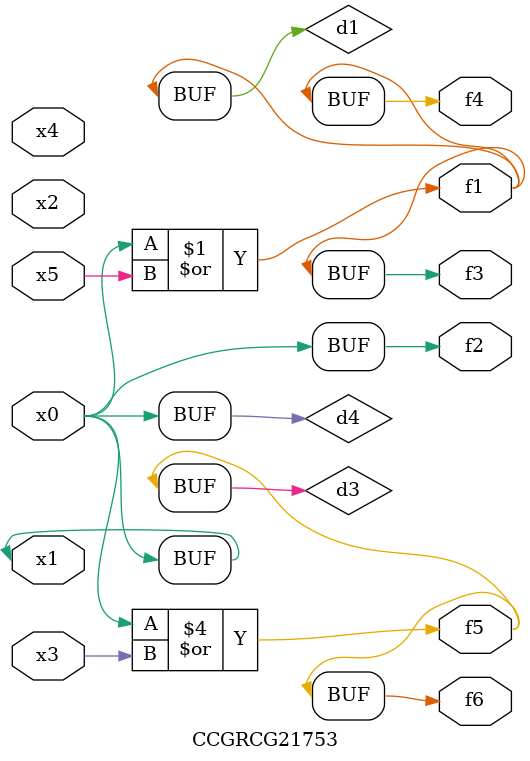
<source format=v>
module CCGRCG21753(
	input x0, x1, x2, x3, x4, x5,
	output f1, f2, f3, f4, f5, f6
);

	wire d1, d2, d3, d4;

	or (d1, x0, x5);
	xnor (d2, x1, x4);
	or (d3, x0, x3);
	buf (d4, x0, x1);
	assign f1 = d1;
	assign f2 = d4;
	assign f3 = d1;
	assign f4 = d1;
	assign f5 = d3;
	assign f6 = d3;
endmodule

</source>
